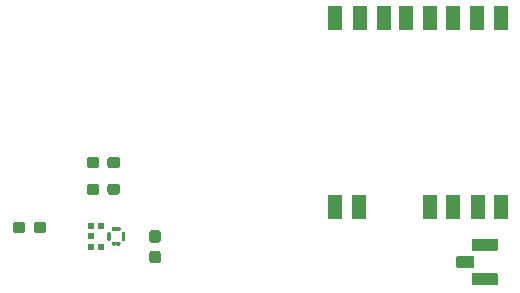
<source format=gbr>
G04 #@! TF.GenerationSoftware,KiCad,Pcbnew,(5.0.2)-1*
G04 #@! TF.CreationDate,2019-05-14T17:11:37+02:00*
G04 #@! TF.ProjectId,Mini-Lora,4d696e69-2d4c-46f7-9261-2e6b69636164,rev?*
G04 #@! TF.SameCoordinates,Original*
G04 #@! TF.FileFunction,Paste,Top*
G04 #@! TF.FilePolarity,Positive*
%FSLAX46Y46*%
G04 Gerber Fmt 4.6, Leading zero omitted, Abs format (unit mm)*
G04 Created by KiCad (PCBNEW (5.0.2)-1) date 14/05/2019 17:11:37*
%MOMM*%
%LPD*%
G01*
G04 APERTURE LIST*
%ADD10C,0.300000*%
%ADD11R,1.270000X2.000000*%
%ADD12C,0.100000*%
%ADD13C,1.016000*%
%ADD14C,0.950000*%
%ADD15R,0.525000X0.600000*%
G04 APERTURE END LIST*
D10*
G04 #@! TO.C,IC1*
X149479999Y-106370000D02*
G75*
G03X149930000Y-106370000I225001J600001D01*
G01*
X149940001Y-105130000D02*
G75*
G03X149490000Y-105130000I-225001J-600001D01*
G01*
X149090000Y-105530000D02*
G75*
G03X149090000Y-105980000I600000J-225000D01*
G01*
X150330000Y-105980001D02*
G75*
G03X150330000Y-105530000I-600001J225001D01*
G01*
G04 #@! TD*
D11*
G04 #@! TO.C,U$5*
X176253209Y-103286720D03*
X176265409Y-87279220D03*
X172348209Y-87286720D03*
X174253209Y-87286720D03*
X178253209Y-87284720D03*
X180253209Y-87279220D03*
X168253209Y-87279220D03*
X182253209Y-87286720D03*
X170253209Y-103286720D03*
X170316709Y-87284720D03*
X182253209Y-103288720D03*
X180348209Y-103288720D03*
X178253209Y-103286720D03*
X168253209Y-103286720D03*
G04 #@! TD*
D12*
G04 #@! TO.C,J$2*
G36*
X181913068Y-108885959D02*
X181922930Y-108887422D01*
X181932602Y-108889845D01*
X181941990Y-108893204D01*
X181951003Y-108897467D01*
X181959555Y-108902593D01*
X181967563Y-108908532D01*
X181974951Y-108915228D01*
X181981647Y-108922616D01*
X181987586Y-108930624D01*
X181992712Y-108939176D01*
X181996975Y-108948189D01*
X182000334Y-108957577D01*
X182002757Y-108967249D01*
X182004220Y-108977111D01*
X182004709Y-108987070D01*
X182004709Y-109799870D01*
X182004220Y-109809829D01*
X182002757Y-109819691D01*
X182000334Y-109829363D01*
X181996975Y-109838751D01*
X181992712Y-109847764D01*
X181987586Y-109856316D01*
X181981647Y-109864324D01*
X181974951Y-109871712D01*
X181967563Y-109878408D01*
X181959555Y-109884347D01*
X181951003Y-109889473D01*
X181941990Y-109893736D01*
X181932602Y-109897095D01*
X181922930Y-109899518D01*
X181913068Y-109900981D01*
X181903109Y-109901470D01*
X179906309Y-109901470D01*
X179896350Y-109900981D01*
X179886488Y-109899518D01*
X179876816Y-109897095D01*
X179867428Y-109893736D01*
X179858415Y-109889473D01*
X179849863Y-109884347D01*
X179841855Y-109878408D01*
X179834467Y-109871712D01*
X179827771Y-109864324D01*
X179821832Y-109856316D01*
X179816706Y-109847764D01*
X179812443Y-109838751D01*
X179809084Y-109829363D01*
X179806661Y-109819691D01*
X179805198Y-109809829D01*
X179804709Y-109799870D01*
X179804709Y-108987070D01*
X179805198Y-108977111D01*
X179806661Y-108967249D01*
X179809084Y-108957577D01*
X179812443Y-108948189D01*
X179816706Y-108939176D01*
X179821832Y-108930624D01*
X179827771Y-108922616D01*
X179834467Y-108915228D01*
X179841855Y-108908532D01*
X179849863Y-108902593D01*
X179858415Y-108897467D01*
X179867428Y-108893204D01*
X179876816Y-108889845D01*
X179886488Y-108887422D01*
X179896350Y-108885959D01*
X179906309Y-108885470D01*
X181903109Y-108885470D01*
X181913068Y-108885959D01*
X181913068Y-108885959D01*
G37*
D13*
X180904709Y-109393470D03*
D12*
G36*
X181913068Y-105945459D02*
X181922930Y-105946922D01*
X181932602Y-105949345D01*
X181941990Y-105952704D01*
X181951003Y-105956967D01*
X181959555Y-105962093D01*
X181967563Y-105968032D01*
X181974951Y-105974728D01*
X181981647Y-105982116D01*
X181987586Y-105990124D01*
X181992712Y-105998676D01*
X181996975Y-106007689D01*
X182000334Y-106017077D01*
X182002757Y-106026749D01*
X182004220Y-106036611D01*
X182004709Y-106046570D01*
X182004709Y-106859370D01*
X182004220Y-106869329D01*
X182002757Y-106879191D01*
X182000334Y-106888863D01*
X181996975Y-106898251D01*
X181992712Y-106907264D01*
X181987586Y-106915816D01*
X181981647Y-106923824D01*
X181974951Y-106931212D01*
X181967563Y-106937908D01*
X181959555Y-106943847D01*
X181951003Y-106948973D01*
X181941990Y-106953236D01*
X181932602Y-106956595D01*
X181922930Y-106959018D01*
X181913068Y-106960481D01*
X181903109Y-106960970D01*
X179906309Y-106960970D01*
X179896350Y-106960481D01*
X179886488Y-106959018D01*
X179876816Y-106956595D01*
X179867428Y-106953236D01*
X179858415Y-106948973D01*
X179849863Y-106943847D01*
X179841855Y-106937908D01*
X179834467Y-106931212D01*
X179827771Y-106923824D01*
X179821832Y-106915816D01*
X179816706Y-106907264D01*
X179812443Y-106898251D01*
X179809084Y-106888863D01*
X179806661Y-106879191D01*
X179805198Y-106869329D01*
X179804709Y-106859370D01*
X179804709Y-106046570D01*
X179805198Y-106036611D01*
X179806661Y-106026749D01*
X179809084Y-106017077D01*
X179812443Y-106007689D01*
X179816706Y-105998676D01*
X179821832Y-105990124D01*
X179827771Y-105982116D01*
X179834467Y-105974728D01*
X179841855Y-105968032D01*
X179849863Y-105962093D01*
X179858415Y-105956967D01*
X179867428Y-105952704D01*
X179876816Y-105949345D01*
X179886488Y-105946922D01*
X179896350Y-105945459D01*
X179906309Y-105944970D01*
X181903109Y-105944970D01*
X181913068Y-105945459D01*
X181913068Y-105945459D01*
G37*
D13*
X180904709Y-106452970D03*
D12*
G36*
X179954818Y-107415709D02*
X179964680Y-107417172D01*
X179974352Y-107419595D01*
X179983740Y-107422954D01*
X179992753Y-107427217D01*
X180001305Y-107432343D01*
X180009313Y-107438282D01*
X180016701Y-107444978D01*
X180023397Y-107452366D01*
X180029336Y-107460374D01*
X180034462Y-107468926D01*
X180038725Y-107477939D01*
X180042084Y-107487327D01*
X180044507Y-107496999D01*
X180045970Y-107506861D01*
X180046459Y-107516820D01*
X180046459Y-108329620D01*
X180045970Y-108339579D01*
X180044507Y-108349441D01*
X180042084Y-108359113D01*
X180038725Y-108368501D01*
X180034462Y-108377514D01*
X180029336Y-108386066D01*
X180023397Y-108394074D01*
X180016701Y-108401462D01*
X180009313Y-108408158D01*
X180001305Y-108414097D01*
X179992753Y-108419223D01*
X179983740Y-108423486D01*
X179974352Y-108426845D01*
X179964680Y-108429268D01*
X179954818Y-108430731D01*
X179944859Y-108431220D01*
X178624059Y-108431220D01*
X178614100Y-108430731D01*
X178604238Y-108429268D01*
X178594566Y-108426845D01*
X178585178Y-108423486D01*
X178576165Y-108419223D01*
X178567613Y-108414097D01*
X178559605Y-108408158D01*
X178552217Y-108401462D01*
X178545521Y-108394074D01*
X178539582Y-108386066D01*
X178534456Y-108377514D01*
X178530193Y-108368501D01*
X178526834Y-108359113D01*
X178524411Y-108349441D01*
X178522948Y-108339579D01*
X178522459Y-108329620D01*
X178522459Y-107516820D01*
X178522948Y-107506861D01*
X178524411Y-107496999D01*
X178526834Y-107487327D01*
X178530193Y-107477939D01*
X178534456Y-107468926D01*
X178539582Y-107460374D01*
X178545521Y-107452366D01*
X178552217Y-107444978D01*
X178559605Y-107438282D01*
X178567613Y-107432343D01*
X178576165Y-107427217D01*
X178585178Y-107422954D01*
X178594566Y-107419595D01*
X178604238Y-107417172D01*
X178614100Y-107415709D01*
X178624059Y-107415220D01*
X179944859Y-107415220D01*
X179954818Y-107415709D01*
X179954818Y-107415709D01*
G37*
D13*
X179284459Y-107923220D03*
G04 #@! TD*
D12*
G04 #@! TO.C,C1*
G36*
X149810779Y-99026144D02*
X149833834Y-99029563D01*
X149856443Y-99035227D01*
X149878387Y-99043079D01*
X149899457Y-99053044D01*
X149919448Y-99065026D01*
X149938168Y-99078910D01*
X149955438Y-99094562D01*
X149971090Y-99111832D01*
X149984974Y-99130552D01*
X149996956Y-99150543D01*
X150006921Y-99171613D01*
X150014773Y-99193557D01*
X150020437Y-99216166D01*
X150023856Y-99239221D01*
X150025000Y-99262500D01*
X150025000Y-99737500D01*
X150023856Y-99760779D01*
X150020437Y-99783834D01*
X150014773Y-99806443D01*
X150006921Y-99828387D01*
X149996956Y-99849457D01*
X149984974Y-99869448D01*
X149971090Y-99888168D01*
X149955438Y-99905438D01*
X149938168Y-99921090D01*
X149919448Y-99934974D01*
X149899457Y-99946956D01*
X149878387Y-99956921D01*
X149856443Y-99964773D01*
X149833834Y-99970437D01*
X149810779Y-99973856D01*
X149787500Y-99975000D01*
X149212500Y-99975000D01*
X149189221Y-99973856D01*
X149166166Y-99970437D01*
X149143557Y-99964773D01*
X149121613Y-99956921D01*
X149100543Y-99946956D01*
X149080552Y-99934974D01*
X149061832Y-99921090D01*
X149044562Y-99905438D01*
X149028910Y-99888168D01*
X149015026Y-99869448D01*
X149003044Y-99849457D01*
X148993079Y-99828387D01*
X148985227Y-99806443D01*
X148979563Y-99783834D01*
X148976144Y-99760779D01*
X148975000Y-99737500D01*
X148975000Y-99262500D01*
X148976144Y-99239221D01*
X148979563Y-99216166D01*
X148985227Y-99193557D01*
X148993079Y-99171613D01*
X149003044Y-99150543D01*
X149015026Y-99130552D01*
X149028910Y-99111832D01*
X149044562Y-99094562D01*
X149061832Y-99078910D01*
X149080552Y-99065026D01*
X149100543Y-99053044D01*
X149121613Y-99043079D01*
X149143557Y-99035227D01*
X149166166Y-99029563D01*
X149189221Y-99026144D01*
X149212500Y-99025000D01*
X149787500Y-99025000D01*
X149810779Y-99026144D01*
X149810779Y-99026144D01*
G37*
D14*
X149500000Y-99500000D03*
D12*
G36*
X148060779Y-99026144D02*
X148083834Y-99029563D01*
X148106443Y-99035227D01*
X148128387Y-99043079D01*
X148149457Y-99053044D01*
X148169448Y-99065026D01*
X148188168Y-99078910D01*
X148205438Y-99094562D01*
X148221090Y-99111832D01*
X148234974Y-99130552D01*
X148246956Y-99150543D01*
X148256921Y-99171613D01*
X148264773Y-99193557D01*
X148270437Y-99216166D01*
X148273856Y-99239221D01*
X148275000Y-99262500D01*
X148275000Y-99737500D01*
X148273856Y-99760779D01*
X148270437Y-99783834D01*
X148264773Y-99806443D01*
X148256921Y-99828387D01*
X148246956Y-99849457D01*
X148234974Y-99869448D01*
X148221090Y-99888168D01*
X148205438Y-99905438D01*
X148188168Y-99921090D01*
X148169448Y-99934974D01*
X148149457Y-99946956D01*
X148128387Y-99956921D01*
X148106443Y-99964773D01*
X148083834Y-99970437D01*
X148060779Y-99973856D01*
X148037500Y-99975000D01*
X147462500Y-99975000D01*
X147439221Y-99973856D01*
X147416166Y-99970437D01*
X147393557Y-99964773D01*
X147371613Y-99956921D01*
X147350543Y-99946956D01*
X147330552Y-99934974D01*
X147311832Y-99921090D01*
X147294562Y-99905438D01*
X147278910Y-99888168D01*
X147265026Y-99869448D01*
X147253044Y-99849457D01*
X147243079Y-99828387D01*
X147235227Y-99806443D01*
X147229563Y-99783834D01*
X147226144Y-99760779D01*
X147225000Y-99737500D01*
X147225000Y-99262500D01*
X147226144Y-99239221D01*
X147229563Y-99216166D01*
X147235227Y-99193557D01*
X147243079Y-99171613D01*
X147253044Y-99150543D01*
X147265026Y-99130552D01*
X147278910Y-99111832D01*
X147294562Y-99094562D01*
X147311832Y-99078910D01*
X147330552Y-99065026D01*
X147350543Y-99053044D01*
X147371613Y-99043079D01*
X147393557Y-99035227D01*
X147416166Y-99029563D01*
X147439221Y-99026144D01*
X147462500Y-99025000D01*
X148037500Y-99025000D01*
X148060779Y-99026144D01*
X148060779Y-99026144D01*
G37*
D14*
X147750000Y-99500000D03*
G04 #@! TD*
D12*
G04 #@! TO.C,C2*
G36*
X148060779Y-101276144D02*
X148083834Y-101279563D01*
X148106443Y-101285227D01*
X148128387Y-101293079D01*
X148149457Y-101303044D01*
X148169448Y-101315026D01*
X148188168Y-101328910D01*
X148205438Y-101344562D01*
X148221090Y-101361832D01*
X148234974Y-101380552D01*
X148246956Y-101400543D01*
X148256921Y-101421613D01*
X148264773Y-101443557D01*
X148270437Y-101466166D01*
X148273856Y-101489221D01*
X148275000Y-101512500D01*
X148275000Y-101987500D01*
X148273856Y-102010779D01*
X148270437Y-102033834D01*
X148264773Y-102056443D01*
X148256921Y-102078387D01*
X148246956Y-102099457D01*
X148234974Y-102119448D01*
X148221090Y-102138168D01*
X148205438Y-102155438D01*
X148188168Y-102171090D01*
X148169448Y-102184974D01*
X148149457Y-102196956D01*
X148128387Y-102206921D01*
X148106443Y-102214773D01*
X148083834Y-102220437D01*
X148060779Y-102223856D01*
X148037500Y-102225000D01*
X147462500Y-102225000D01*
X147439221Y-102223856D01*
X147416166Y-102220437D01*
X147393557Y-102214773D01*
X147371613Y-102206921D01*
X147350543Y-102196956D01*
X147330552Y-102184974D01*
X147311832Y-102171090D01*
X147294562Y-102155438D01*
X147278910Y-102138168D01*
X147265026Y-102119448D01*
X147253044Y-102099457D01*
X147243079Y-102078387D01*
X147235227Y-102056443D01*
X147229563Y-102033834D01*
X147226144Y-102010779D01*
X147225000Y-101987500D01*
X147225000Y-101512500D01*
X147226144Y-101489221D01*
X147229563Y-101466166D01*
X147235227Y-101443557D01*
X147243079Y-101421613D01*
X147253044Y-101400543D01*
X147265026Y-101380552D01*
X147278910Y-101361832D01*
X147294562Y-101344562D01*
X147311832Y-101328910D01*
X147330552Y-101315026D01*
X147350543Y-101303044D01*
X147371613Y-101293079D01*
X147393557Y-101285227D01*
X147416166Y-101279563D01*
X147439221Y-101276144D01*
X147462500Y-101275000D01*
X148037500Y-101275000D01*
X148060779Y-101276144D01*
X148060779Y-101276144D01*
G37*
D14*
X147750000Y-101750000D03*
D12*
G36*
X149810779Y-101276144D02*
X149833834Y-101279563D01*
X149856443Y-101285227D01*
X149878387Y-101293079D01*
X149899457Y-101303044D01*
X149919448Y-101315026D01*
X149938168Y-101328910D01*
X149955438Y-101344562D01*
X149971090Y-101361832D01*
X149984974Y-101380552D01*
X149996956Y-101400543D01*
X150006921Y-101421613D01*
X150014773Y-101443557D01*
X150020437Y-101466166D01*
X150023856Y-101489221D01*
X150025000Y-101512500D01*
X150025000Y-101987500D01*
X150023856Y-102010779D01*
X150020437Y-102033834D01*
X150014773Y-102056443D01*
X150006921Y-102078387D01*
X149996956Y-102099457D01*
X149984974Y-102119448D01*
X149971090Y-102138168D01*
X149955438Y-102155438D01*
X149938168Y-102171090D01*
X149919448Y-102184974D01*
X149899457Y-102196956D01*
X149878387Y-102206921D01*
X149856443Y-102214773D01*
X149833834Y-102220437D01*
X149810779Y-102223856D01*
X149787500Y-102225000D01*
X149212500Y-102225000D01*
X149189221Y-102223856D01*
X149166166Y-102220437D01*
X149143557Y-102214773D01*
X149121613Y-102206921D01*
X149100543Y-102196956D01*
X149080552Y-102184974D01*
X149061832Y-102171090D01*
X149044562Y-102155438D01*
X149028910Y-102138168D01*
X149015026Y-102119448D01*
X149003044Y-102099457D01*
X148993079Y-102078387D01*
X148985227Y-102056443D01*
X148979563Y-102033834D01*
X148976144Y-102010779D01*
X148975000Y-101987500D01*
X148975000Y-101512500D01*
X148976144Y-101489221D01*
X148979563Y-101466166D01*
X148985227Y-101443557D01*
X148993079Y-101421613D01*
X149003044Y-101400543D01*
X149015026Y-101380552D01*
X149028910Y-101361832D01*
X149044562Y-101344562D01*
X149061832Y-101328910D01*
X149080552Y-101315026D01*
X149100543Y-101303044D01*
X149121613Y-101293079D01*
X149143557Y-101285227D01*
X149166166Y-101279563D01*
X149189221Y-101276144D01*
X149212500Y-101275000D01*
X149787500Y-101275000D01*
X149810779Y-101276144D01*
X149810779Y-101276144D01*
G37*
D14*
X149500000Y-101750000D03*
G04 #@! TD*
D15*
G04 #@! TO.C,IC1*
X147600000Y-106650000D03*
X147600000Y-105750000D03*
X147600000Y-104850000D03*
X148450000Y-104850000D03*
X148450000Y-106650000D03*
G04 #@! TD*
D12*
G04 #@! TO.C,R1*
G36*
X141810779Y-104526144D02*
X141833834Y-104529563D01*
X141856443Y-104535227D01*
X141878387Y-104543079D01*
X141899457Y-104553044D01*
X141919448Y-104565026D01*
X141938168Y-104578910D01*
X141955438Y-104594562D01*
X141971090Y-104611832D01*
X141984974Y-104630552D01*
X141996956Y-104650543D01*
X142006921Y-104671613D01*
X142014773Y-104693557D01*
X142020437Y-104716166D01*
X142023856Y-104739221D01*
X142025000Y-104762500D01*
X142025000Y-105237500D01*
X142023856Y-105260779D01*
X142020437Y-105283834D01*
X142014773Y-105306443D01*
X142006921Y-105328387D01*
X141996956Y-105349457D01*
X141984974Y-105369448D01*
X141971090Y-105388168D01*
X141955438Y-105405438D01*
X141938168Y-105421090D01*
X141919448Y-105434974D01*
X141899457Y-105446956D01*
X141878387Y-105456921D01*
X141856443Y-105464773D01*
X141833834Y-105470437D01*
X141810779Y-105473856D01*
X141787500Y-105475000D01*
X141212500Y-105475000D01*
X141189221Y-105473856D01*
X141166166Y-105470437D01*
X141143557Y-105464773D01*
X141121613Y-105456921D01*
X141100543Y-105446956D01*
X141080552Y-105434974D01*
X141061832Y-105421090D01*
X141044562Y-105405438D01*
X141028910Y-105388168D01*
X141015026Y-105369448D01*
X141003044Y-105349457D01*
X140993079Y-105328387D01*
X140985227Y-105306443D01*
X140979563Y-105283834D01*
X140976144Y-105260779D01*
X140975000Y-105237500D01*
X140975000Y-104762500D01*
X140976144Y-104739221D01*
X140979563Y-104716166D01*
X140985227Y-104693557D01*
X140993079Y-104671613D01*
X141003044Y-104650543D01*
X141015026Y-104630552D01*
X141028910Y-104611832D01*
X141044562Y-104594562D01*
X141061832Y-104578910D01*
X141080552Y-104565026D01*
X141100543Y-104553044D01*
X141121613Y-104543079D01*
X141143557Y-104535227D01*
X141166166Y-104529563D01*
X141189221Y-104526144D01*
X141212500Y-104525000D01*
X141787500Y-104525000D01*
X141810779Y-104526144D01*
X141810779Y-104526144D01*
G37*
D14*
X141500000Y-105000000D03*
D12*
G36*
X143560779Y-104526144D02*
X143583834Y-104529563D01*
X143606443Y-104535227D01*
X143628387Y-104543079D01*
X143649457Y-104553044D01*
X143669448Y-104565026D01*
X143688168Y-104578910D01*
X143705438Y-104594562D01*
X143721090Y-104611832D01*
X143734974Y-104630552D01*
X143746956Y-104650543D01*
X143756921Y-104671613D01*
X143764773Y-104693557D01*
X143770437Y-104716166D01*
X143773856Y-104739221D01*
X143775000Y-104762500D01*
X143775000Y-105237500D01*
X143773856Y-105260779D01*
X143770437Y-105283834D01*
X143764773Y-105306443D01*
X143756921Y-105328387D01*
X143746956Y-105349457D01*
X143734974Y-105369448D01*
X143721090Y-105388168D01*
X143705438Y-105405438D01*
X143688168Y-105421090D01*
X143669448Y-105434974D01*
X143649457Y-105446956D01*
X143628387Y-105456921D01*
X143606443Y-105464773D01*
X143583834Y-105470437D01*
X143560779Y-105473856D01*
X143537500Y-105475000D01*
X142962500Y-105475000D01*
X142939221Y-105473856D01*
X142916166Y-105470437D01*
X142893557Y-105464773D01*
X142871613Y-105456921D01*
X142850543Y-105446956D01*
X142830552Y-105434974D01*
X142811832Y-105421090D01*
X142794562Y-105405438D01*
X142778910Y-105388168D01*
X142765026Y-105369448D01*
X142753044Y-105349457D01*
X142743079Y-105328387D01*
X142735227Y-105306443D01*
X142729563Y-105283834D01*
X142726144Y-105260779D01*
X142725000Y-105237500D01*
X142725000Y-104762500D01*
X142726144Y-104739221D01*
X142729563Y-104716166D01*
X142735227Y-104693557D01*
X142743079Y-104671613D01*
X142753044Y-104650543D01*
X142765026Y-104630552D01*
X142778910Y-104611832D01*
X142794562Y-104594562D01*
X142811832Y-104578910D01*
X142830552Y-104565026D01*
X142850543Y-104553044D01*
X142871613Y-104543079D01*
X142893557Y-104535227D01*
X142916166Y-104529563D01*
X142939221Y-104526144D01*
X142962500Y-104525000D01*
X143537500Y-104525000D01*
X143560779Y-104526144D01*
X143560779Y-104526144D01*
G37*
D14*
X143250000Y-105000000D03*
G04 #@! TD*
D12*
G04 #@! TO.C,R2*
G36*
X153260779Y-106976144D02*
X153283834Y-106979563D01*
X153306443Y-106985227D01*
X153328387Y-106993079D01*
X153349457Y-107003044D01*
X153369448Y-107015026D01*
X153388168Y-107028910D01*
X153405438Y-107044562D01*
X153421090Y-107061832D01*
X153434974Y-107080552D01*
X153446956Y-107100543D01*
X153456921Y-107121613D01*
X153464773Y-107143557D01*
X153470437Y-107166166D01*
X153473856Y-107189221D01*
X153475000Y-107212500D01*
X153475000Y-107787500D01*
X153473856Y-107810779D01*
X153470437Y-107833834D01*
X153464773Y-107856443D01*
X153456921Y-107878387D01*
X153446956Y-107899457D01*
X153434974Y-107919448D01*
X153421090Y-107938168D01*
X153405438Y-107955438D01*
X153388168Y-107971090D01*
X153369448Y-107984974D01*
X153349457Y-107996956D01*
X153328387Y-108006921D01*
X153306443Y-108014773D01*
X153283834Y-108020437D01*
X153260779Y-108023856D01*
X153237500Y-108025000D01*
X152762500Y-108025000D01*
X152739221Y-108023856D01*
X152716166Y-108020437D01*
X152693557Y-108014773D01*
X152671613Y-108006921D01*
X152650543Y-107996956D01*
X152630552Y-107984974D01*
X152611832Y-107971090D01*
X152594562Y-107955438D01*
X152578910Y-107938168D01*
X152565026Y-107919448D01*
X152553044Y-107899457D01*
X152543079Y-107878387D01*
X152535227Y-107856443D01*
X152529563Y-107833834D01*
X152526144Y-107810779D01*
X152525000Y-107787500D01*
X152525000Y-107212500D01*
X152526144Y-107189221D01*
X152529563Y-107166166D01*
X152535227Y-107143557D01*
X152543079Y-107121613D01*
X152553044Y-107100543D01*
X152565026Y-107080552D01*
X152578910Y-107061832D01*
X152594562Y-107044562D01*
X152611832Y-107028910D01*
X152630552Y-107015026D01*
X152650543Y-107003044D01*
X152671613Y-106993079D01*
X152693557Y-106985227D01*
X152716166Y-106979563D01*
X152739221Y-106976144D01*
X152762500Y-106975000D01*
X153237500Y-106975000D01*
X153260779Y-106976144D01*
X153260779Y-106976144D01*
G37*
D14*
X153000000Y-107500000D03*
D12*
G36*
X153260779Y-105226144D02*
X153283834Y-105229563D01*
X153306443Y-105235227D01*
X153328387Y-105243079D01*
X153349457Y-105253044D01*
X153369448Y-105265026D01*
X153388168Y-105278910D01*
X153405438Y-105294562D01*
X153421090Y-105311832D01*
X153434974Y-105330552D01*
X153446956Y-105350543D01*
X153456921Y-105371613D01*
X153464773Y-105393557D01*
X153470437Y-105416166D01*
X153473856Y-105439221D01*
X153475000Y-105462500D01*
X153475000Y-106037500D01*
X153473856Y-106060779D01*
X153470437Y-106083834D01*
X153464773Y-106106443D01*
X153456921Y-106128387D01*
X153446956Y-106149457D01*
X153434974Y-106169448D01*
X153421090Y-106188168D01*
X153405438Y-106205438D01*
X153388168Y-106221090D01*
X153369448Y-106234974D01*
X153349457Y-106246956D01*
X153328387Y-106256921D01*
X153306443Y-106264773D01*
X153283834Y-106270437D01*
X153260779Y-106273856D01*
X153237500Y-106275000D01*
X152762500Y-106275000D01*
X152739221Y-106273856D01*
X152716166Y-106270437D01*
X152693557Y-106264773D01*
X152671613Y-106256921D01*
X152650543Y-106246956D01*
X152630552Y-106234974D01*
X152611832Y-106221090D01*
X152594562Y-106205438D01*
X152578910Y-106188168D01*
X152565026Y-106169448D01*
X152553044Y-106149457D01*
X152543079Y-106128387D01*
X152535227Y-106106443D01*
X152529563Y-106083834D01*
X152526144Y-106060779D01*
X152525000Y-106037500D01*
X152525000Y-105462500D01*
X152526144Y-105439221D01*
X152529563Y-105416166D01*
X152535227Y-105393557D01*
X152543079Y-105371613D01*
X152553044Y-105350543D01*
X152565026Y-105330552D01*
X152578910Y-105311832D01*
X152594562Y-105294562D01*
X152611832Y-105278910D01*
X152630552Y-105265026D01*
X152650543Y-105253044D01*
X152671613Y-105243079D01*
X152693557Y-105235227D01*
X152716166Y-105229563D01*
X152739221Y-105226144D01*
X152762500Y-105225000D01*
X153237500Y-105225000D01*
X153260779Y-105226144D01*
X153260779Y-105226144D01*
G37*
D14*
X153000000Y-105750000D03*
G04 #@! TD*
M02*

</source>
